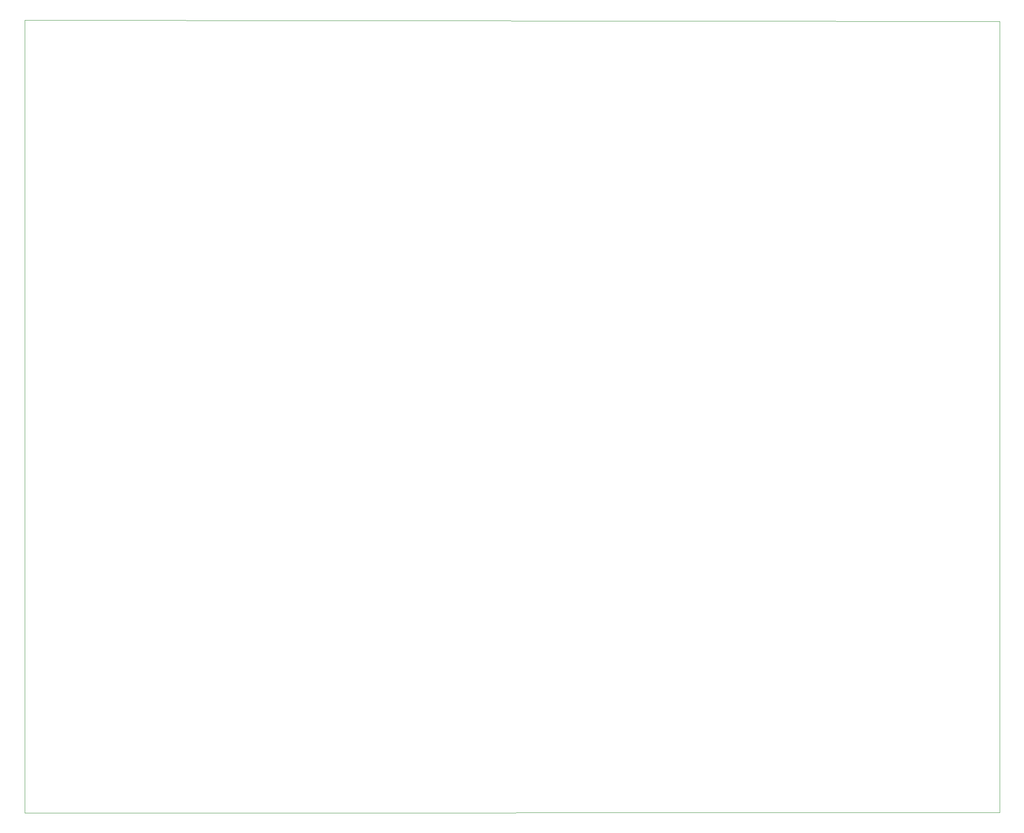
<source format=gbr>
%TF.GenerationSoftware,KiCad,Pcbnew,(6.0.1)*%
%TF.CreationDate,2022-04-06T01:57:15-07:00*%
%TF.ProjectId,EllieBoard,456c6c69-6542-46f6-9172-642e6b696361,rev?*%
%TF.SameCoordinates,Original*%
%TF.FileFunction,Profile,NP*%
%FSLAX46Y46*%
G04 Gerber Fmt 4.6, Leading zero omitted, Abs format (unit mm)*
G04 Created by KiCad (PCBNEW (6.0.1)) date 2022-04-06 01:57:15*
%MOMM*%
%LPD*%
G01*
G04 APERTURE LIST*
%TA.AperFunction,Profile*%
%ADD10C,0.100000*%
%TD*%
G04 APERTURE END LIST*
D10*
X20320000Y-13335000D02*
X20320000Y-173513750D01*
X217170000Y-13573125D02*
X217170000Y-173434375D01*
X20320000Y-173513750D02*
X217170000Y-173434375D01*
X217170000Y-13573125D02*
X20320000Y-13335000D01*
M02*

</source>
